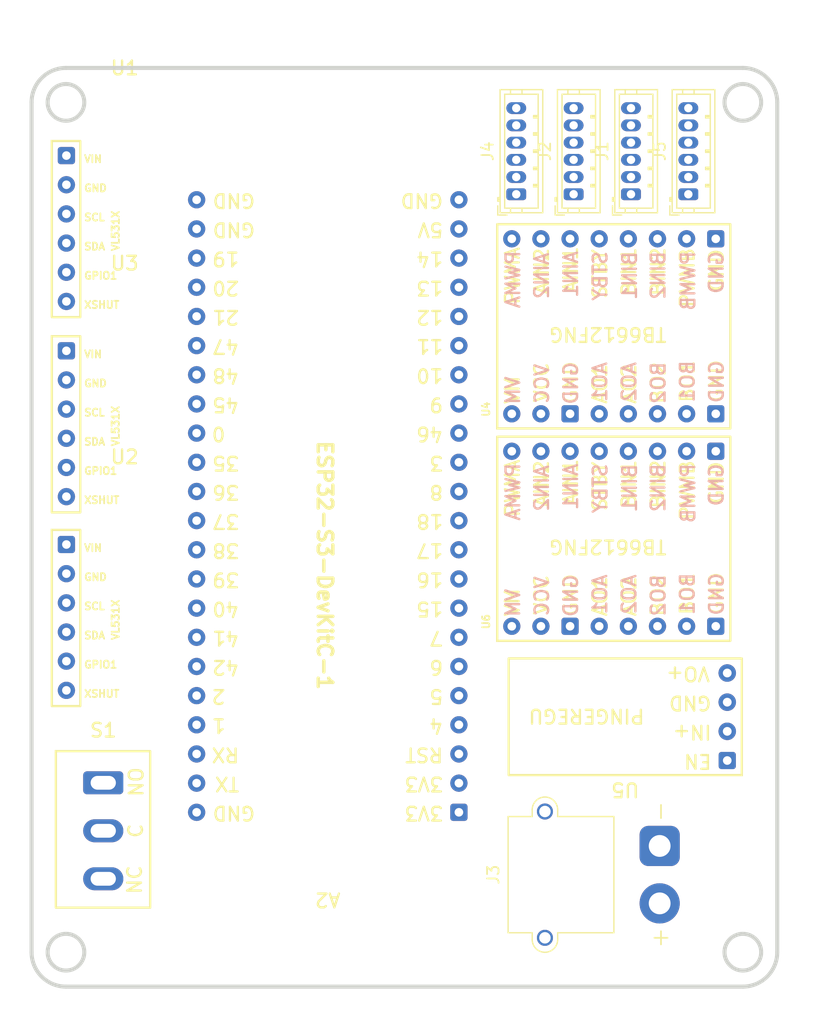
<source format=kicad_pcb>
(kicad_pcb (version 20241229) (generator "pcbnew") (generator_version "9.0")
  (layers (0 "F.Cu" signal) (2 "B.Cu" signal) (13 "F.Paste" user) (15 "B.Paste" user) (5 "F.SilkS" user "F.Silkscreen") (7 "B.SilkS" user "B.Silkscreen") (1 "F.Mask" user) (3 "B.Mask" user) (25 "Edge.Cuts" user))
  (net 0 "")
  (net 1 "MOT2SPEED")
  (net 2 "MOT2DIR1")
  (net 3 "MOT1DIR1")
  (net 4 "MOT1SPEED")
  (net 5 "+3V3")
  (net 6 "MOT1DIR2")
  (net 7 "GND")
  (net 8 "XSHUT2")
  (net 9 "XSHUT3")
  (net 10 "+5V")
  (net 11 "MOT2DIR2")
  (net 12 "XSHUT1")
  (net 13 "SDA")
  (net 14 "SCL")
  (net 17 "Net-(J1-Pin_6)")
  (net 19 "Net-(J1-Pin_1)")
  (net 24 "Net-(J2-Pin_6)")
  (net 26 "Net-(J2-Pin_1)")
  (net 27 "Net-(J3-Pin_2)")
  (net 32 "+12V")
  (net 46 "Net-(J4-Pin_6)")
  (net 51 "Net-(J4-Pin_1)")
  (net 67 "Net-(J5-Pin_1)")
  (net 71 "Net-(J5-Pin_6)")
  (net 72 "MOT3DIR2")
  (net 73 "MOT4SPEED")
  (net 74 "MOT4DIR1")
  (net 75 "MOT4DIR2")
  (net 76 "MOT3SPEED")
  (net 77 "MOT3DIR1")
  (footprint "KURSUS:VL531X_KAUGUS_SENSOR" (layer "F.Cu") (at 44.3675 99.38)
    (property "Reference" "U2" (at 0 0 0) (layer "F.SilkS") (effects (font (size 1.2 1.2) (thickness 0.2) (bold yes))))
    (property "Value" "~")
    (fp_text user "XSHUT" (at -3.61 20.99 0) (layer "F.SilkS") (effects (font (size 0.635 0.635) (thickness 0.15) (bold yes)) (justify left bottom)))
    (fp_text user "GND" (at -3.61 10.83 0) (layer "F.SilkS") (effects (font (size 0.635 0.635) (thickness 0.15) (bold yes)) (justify left bottom)))
    (fp_text user "VL531X" (at -0.42 16.01 90) (layer "F.SilkS") (effects (font (size 0.635 0.635) (thickness 0.15) (bold yes)) (justify left bottom)))
    (fp_text user "SDA" (at -3.61 15.91 0) (layer "F.SilkS") (effects (font (size 0.635 0.635) (thickness 0.15) (bold yes)) (justify left bottom)))
    (fp_text user "VIN" (at -3.61 8.29 0) (layer "F.SilkS") (effects (font (size 0.635 0.635) (thickness 0.15) (bold yes)) (justify left bottom)))
    (fp_text user "GPIO1" (at -3.61 18.45 0) (layer "F.SilkS") (effects (font (size 0.635 0.635) (thickness 0.15) (bold yes)) (justify left bottom)))
    (fp_text user "SCL" (at -3.61 13.37 0) (layer "F.SilkS") (effects (font (size 0.635 0.635) (thickness 0.15) (bold yes)) (justify left bottom)))
    (pad "1" thru_hole roundrect (at -5.08 7.62) (size 1.5 1.5) (drill 0.75) (layers "*.Cu" "*.Mask") (roundrect_rratio 0.1666666667) (net 5 "+3V3"))
    (pad "2" thru_hole circle (at -5.08 10.16) (size 1.5 1.5) (drill 0.75) (layers "*.Cu" "*.Mask") (net 7 "GND"))
    (pad "3" thru_hole circle (at -5.08 12.7) (size 1.5 1.5) (drill 0.75) (layers "*.Cu" "*.Mask") (net 14 "SCL"))
    (pad "4" thru_hole circle (at -5.08 15.24) (size 1.5 1.5) (drill 0.75) (layers "*.Cu" "*.Mask") (net 13 "SDA"))
    (pad "5" thru_hole circle (at -5.08 17.78) (size 1.5 1.5) (drill 0.75) (layers "*.Cu" "*.Mask"))
    (pad "6" thru_hole circle (at -5.08 20.32) (size 1.5 1.5) (drill 0.75) (layers "*.Cu" "*.Mask") (net 8 "XSHUT2"))
  )
  (footprint "KURSUS:6A125VAC_NO-NO_SWITCH" (layer "F.Cu") (at 42.5 127.75)
    (property "Reference" "S1" (at 0 -4.572 0) (layer "F.SilkS") (effects (font (size 1.2 1.2) (thickness 0.2) (bold yes))))
    (property "Value" "~")
    (fp_text user "C" (at 3.53 4.91 90) (layer "F.SilkS") (effects (font (size 1.2 1.2) (thickness 0.2) (bold yes)) (justify left bottom)))
    (fp_text user "NO" (at 3.58 1.32 90) (layer "F.SilkS") (effects (font (size 1.2 1.2) (thickness 0.2) (bold yes)) (justify left bottom)))
    (fp_text user "NC" (at 3.44 9.8 90) (layer "F.SilkS") (effects (font (size 1.2 1.2) (thickness 0.2) (bold yes)) (justify left bottom)))
    (pad "1" thru_hole roundrect (at 0 0) (size 3.5 2) (drill oval 2.2 1.2) (layers "*.Cu" "*.Mask") (roundrect_rratio 0.1666666667))
    (pad "2" thru_hole oval (at 0 4.18) (size 3.5 2) (drill oval 2.2 1.2) (layers "*.Cu" "*.Mask") (net 27 "Net-(J3-Pin_2)"))
    (pad "3" thru_hole oval (at 0 8.36) (size 3.5 2) (drill oval 2.2 1.2) (layers "*.Cu" "*.Mask") (net 32 "+12V"))
  )
  (footprint "Connector_JST:JST_ZH_B6B-ZR_1x06_P1.50mm_Vertical" (layer "F.Cu") (at 93.5 76.5 90)
    (property "Reference" "J5" (at 3.75 -2.5 90) (layer "F.SilkS"))
    (property "Value" "JST-ZH 6pin")
    (pad "1" thru_hole roundrect (at 0 0 90) (size 1.03 1.73) (drill 0.73) (layers "*.Cu" "*.Mask") (roundrect_rratio 0.242718) (net 67 "Net-(J5-Pin_1)"))
    (pad "2" thru_hole oval (at 1.5 0 90) (size 1.03 1.73) (drill 0.73) (layers "*.Cu" "*.Mask"))
    (pad "3" thru_hole oval (at 3 0 90) (size 1.03 1.73) (drill 0.73) (layers "*.Cu" "*.Mask"))
    (pad "4" thru_hole oval (at 4.5 0 90) (size 1.03 1.73) (drill 0.73) (layers "*.Cu" "*.Mask"))
    (pad "5" thru_hole oval (at 6 0 90) (size 1.03 1.73) (drill 0.73) (layers "*.Cu" "*.Mask"))
    (pad "6" thru_hole oval (at 7.5 0 90) (size 1.03 1.73) (drill 0.73) (layers "*.Cu" "*.Mask") (net 71 "Net-(J5-Pin_6)"))
  )
  (footprint "KURSUS:VL531X_KAUGUS_SENSOR" (layer "F.Cu") (at 44.3675 65.5125)
    (property "Reference" "U1" (at 0 0 0) (layer "F.SilkS") (effects (font (size 1.2 1.2) (thickness 0.2) (bold yes))))
    (property "Value" "~")
    (fp_text user "XSHUT" (at -3.61 20.99 0) (layer "F.SilkS") (effects (font (size 0.635 0.635) (thickness 0.15) (bold yes)) (justify left bottom)))
    (fp_text user "VL531X" (at -0.42 16.01 90) (layer "F.SilkS") (effects (font (size 0.635 0.635) (thickness 0.15) (bold yes)) (justify left bottom)))
    (fp_text user "GPIO1" (at -3.61 18.45 0) (layer "F.SilkS") (effects (font (size 0.635 0.635) (thickness 0.15) (bold yes)) (justify left bottom)))
    (fp_text user "SDA" (at -3.61 15.91 0) (layer "F.SilkS") (effects (font (size 0.635 0.635) (thickness 0.15) (bold yes)) (justify left bottom)))
    (fp_text user "VIN" (at -3.61 8.29 0) (layer "F.SilkS") (effects (font (size 0.635 0.635) (thickness 0.15) (bold yes)) (justify left bottom)))
    (fp_text user "SCL" (at -3.61 13.37 0) (layer "F.SilkS") (effects (font (size 0.635 0.635) (thickness 0.15) (bold yes)) (justify left bottom)))
    (fp_text user "GND" (at -3.61 10.83 0) (layer "F.SilkS") (effects (font (size 0.635 0.635) (thickness 0.15) (bold yes)) (justify left bottom)))
    (pad "1" thru_hole roundrect (at -5.08 7.62) (size 1.5 1.5) (drill 0.75) (layers "*.Cu" "*.Mask") (roundrect_rratio 0.1666666667) (net 5 "+3V3"))
    (pad "2" thru_hole circle (at -5.08 10.16) (size 1.5 1.5) (drill 0.75) (layers "*.Cu" "*.Mask") (net 7 "GND"))
    (pad "3" thru_hole circle (at -5.08 12.7) (size 1.5 1.5) (drill 0.75) (layers "*.Cu" "*.Mask") (net 14 "SCL"))
    (pad "4" thru_hole circle (at -5.08 15.24) (size 1.5 1.5) (drill 0.75) (layers "*.Cu" "*.Mask") (net 13 "SDA"))
    (pad "5" thru_hole circle (at -5.08 17.78) (size 1.5 1.5) (drill 0.75) (layers "*.Cu" "*.Mask"))
    (pad "6" thru_hole circle (at -5.08 20.32) (size 1.5 1.5) (drill 0.75) (layers "*.Cu" "*.Mask") (net 12 "XSHUT1"))
  )
  (footprint "KURSUS:TB6612FNG_DUAL_MOTOR_DRIVER_RED" (layer "F.Cu") (at 78.11 95.62 90)
    (property "Reference" "U4" (at 0.4 -2.24 90) (layer "F.SilkS") (effects (font (size 0.635 0.635))))
    (property "Value" "~")
    (fp_text user "GND" (at 10.541 18.542 90) (layer "F.SilkS") (effects (font (size 1.2 1.2) (thickness 0.2) (bold yes)) (justify left bottom)))
    (fp_text user "BO1" (at 0.889 16.002 90) (layer "F.SilkS") (effects (font (size 1.2 1.2) (thickness 0.2) (bold yes)) (justify left bottom)))
    (fp_text user "AO1" (at 0.762 8.382 90) (layer "F.SilkS") (effects (font (size 1.2 1.2) (thickness 0.2) (bold yes)) (justify left bottom)))
    (fp_text user "GND" (at 0.889 18.542 90) (layer "F.SilkS") (effects (font (size 1.2 1.2) (thickness 0.2) (bold yes)) (justify left bottom)))
    (fp_text user "PWMB" (at 9.144 16.002 90) (layer "F.SilkS") (effects (font (size 1.2 1.2) (thickness 0.2) (bold yes)) (justify left bottom)))
    (fp_text user "BO2" (at 0.762 13.462 90) (layer "F.SilkS") (effects (font (size 1.2 1.2) (thickness 0.2) (bold yes)) (justify left bottom)))
    (fp_text user "AIN2" (at 10.287 3.302 90) (layer "F.SilkS") (effects (font (size 1.2 1.2) (thickness 0.2) (bold yes)) (justify left bottom)))
    (fp_text user "GND" (at 0.762 5.842 90) (layer "F.SilkS") (effects (font (size 1.2 1.2) (thickness 0.2) (bold yes)) (justify left bottom)))
    (fp_text user "BIN2" (at 10.16 13.462 90) (layer "F.SilkS") (effects (font (size 1.2 1.2) (thickness 0.2) (bold yes)) (justify left bottom)))
    (fp_text user "AO2" (at 0.762 10.922 90) (layer "F.SilkS") (effects (font (size 1.2 1.2) (thickness 0.2) (bold yes)) (justify left bottom)))
    (fp_text user "VM" (at 0.75 0.75 90) (layer "F.SilkS") (effects (font (size 1.2 1.2) (thickness 0.2) (bold yes)) (justify left bottom)))
    (fp_text user "AIN1" (at 10.414 5.842 90) (layer "F.SilkS") (effects (font (size 1.2 1.2) (thickness 0.2) (bold yes)) (justify left bottom)))
    (fp_text user "PWMA" (at 9.398 0.762 90) (layer "F.SilkS") (effects (font (size 1.2 1.2) (thickness 0.2) (bold yes)) (justify left bottom)))
    (fp_text user "VCC" (at 0.889 3.302 90) (layer "F.SilkS") (effects (font (size 1.2 1.2) (thickness 0.2) (bold yes)) (justify left bottom)))
    (fp_text user "STBY" (at 9.906 8.382 90) (layer "F.SilkS") (effects (font (size 1.2 1.2) (thickness 0.2) (bold yes)) (justify left bottom)))
    (fp_text user "TB6612FNG" (at 7.62 13.589 180) (layer "F.SilkS") (effects (font (size 1.2 1.2) (thickness 0.2) (bold yes)) (justify left bottom)))
    (fp_text user "BIN1" (at 10.16 10.922 90) (layer "F.SilkS") (effects (font (size 1.2 1.2) (thickness 0.2) (bold yes)) (justify left bottom)))
    (fp_text user "GND" (at 4.75 18.55 90) (layer "B.SilkS") (effects (font (size 1.2 1.2) (thickness 0.2) (bold yes)) (justify left bottom mirror)))
    (fp_text user "BIN2" (at 14.27 13.46 90) (layer "B.SilkS") (effects (font (size 1.2 1.2) (thickness 0.2) (bold yes)) (justify left bottom mirror)))
    (fp_text user "VCC" (at 4.46 3.33 90) (layer "B.SilkS") (effects (font (size 1.2 1.2) (thickness 0.2) (bold yes)) (justify left bottom mirror)))
    (fp_text user "BO2" (at 4.623 13.47 90) (layer "B.SilkS") (effects (font (size 1.2 1.2) (thickness 0.2) (bold yes)) (justify left bottom mirror)))
    (fp_text user "STBY" (at 14.28 8.41 90) (layer "B.SilkS") (effects (font (size 1.2 1.2) (thickness 0.2) (bold yes)) (justify left bottom mirror)))
    (fp_text user "BO1" (at 4.75 16.01 90) (layer "B.SilkS") (effects (font (size 1.2 1.2) (thickness 0.2) (bold yes)) (justify left bottom mirror)))
    (fp_text user "GND" (at 14.26 18.53 90) (layer "B.SilkS") (effects (font (size 1.2 1.2) (thickness 0.2) (bold yes)) (justify left bottom mirror)))
    (fp_text user "AIN2" (at 14.148 3.31 90) (layer "B.SilkS") (effects (font (size 1.2 1.2) (thickness 0.2) (bold yes)) (justify left bottom mirror)))
    (fp_text user "AIN1" (at 14.275 5.85 90) (layer "B.SilkS") (effects (font (size 1.2 1.2) (thickness 0.2) (bold yes)) (justify left bottom mirror)))
    (fp_text user "GND" (at 4.623 5.85 90) (layer "B.SilkS") (effects (font (size 1.2 1.2) (thickness 0.2) (bold yes)) (justify left bottom mirror)))
    (fp_text user "PWMB" (at 14.28 16.07 90) (layer "B.SilkS") (effects (font (size 1.2 1.2) (thickness 0.2) (bold yes)) (justify left bottom mirror)))
    (fp_text user "AO2" (at 4.623 10.93 90) (layer "B.SilkS") (effects (font (size 1.2 1.2) (thickness 0.2) (bold yes)) (justify left bottom mirror)))
    (fp_text user "PWMA" (at 14.32 0.81 90) (layer "B.SilkS") (effects (font (size 1.2 1.2) (thickness 0.2) (bold yes)) (justify left bottom mirror)))
    (fp_text user "AO1" (at 4.623 8.39 90) (layer "B.SilkS") (effects (font (size 1.2 1.2) (thickness 0.2) (bold yes)) (justify left bottom mirror)))
    (fp_text user "BIN1" (at 14.25 10.98 90) (layer "B.SilkS") (effects (font (size 1.2 1.2) (thickness 0.2) (bold yes)) (justify left bottom mirror)))
    (fp_text user "VM" (at 3.37 0.8 90) (layer "B.SilkS") (effects (font (size 1.2 1.2) (thickness 0.2) (bold yes)) (justify left bottom mirror)))
    (pad "1" thru_hole circle (at 0 0 90) (size 1.5 1.5) (drill 0.75) (layers "*.Cu" "*.Mask") (net 32 "+12V"))
    (pad "2" thru_hole circle (at 0 2.54 90) (size 1.5 1.5) (drill 0.75) (layers "*.Cu" "*.Mask") (net 5 "+3V3"))
    (pad "3" thru_hole roundrect (at 0 5.08 90) (size 1.5 1.5) (drill 0.75) (layers "*.Cu" "*.Mask") (roundrect_rratio 0.1666666667) (net 7 "GND"))
    (pad "4" thru_hole circle (at 0 7.62 90) (size 1.5 1.5) (drill 0.75) (layers "*.Cu" "*.Mask") (net 19 "Net-(J1-Pin_1)"))
    (pad "5" thru_hole circle (at 0 10.16 90) (size 1.5 1.5) (drill 0.75) (layers "*.Cu" "*.Mask") (net 17 "Net-(J1-Pin_6)"))
    (pad "6" thru_hole circle (at 0 12.7 90) (size 1.5 1.5) (drill 0.75) (layers "*.Cu" "*.Mask") (net 26 "Net-(J2-Pin_1)"))
    (pad "7" thru_hole circle (at 0 15.24 90) (size 1.5 1.5) (drill 0.75) (layers "*.Cu" "*.Mask") (net 24 "Net-(J2-Pin_6)"))
    (pad "8" thru_hole roundrect (at 0 17.78 90) (size 1.5 1.5) (drill 0.75) (layers "*.Cu" "*.Mask") (roundrect_rratio 0.1666666667) (net 7 "GND"))
    (pad "9" thru_hole circle (at 15.24 0 90) (size 1.5 1.5) (drill 0.75) (layers "*.Cu" "*.Mask") (net 4 "MOT1SPEED"))
    (pad "10" thru_hole circle (at 15.24 2.54 90) (size 1.5 1.5) (drill 0.75) (layers "*.Cu" "*.Mask") (net 3 "MOT1DIR1"))
    (pad "11" thru_hole circle (at 15.24 5.08 90) (size 1.5 1.5) (drill 0.75) (layers "*.Cu" "*.Mask") (net 6 "MOT1DIR2"))
    (pad "12" thru_hole circle (at 15.24 7.62 90) (size 1.5 1.5) (drill 0.75) (layers "*.Cu" "*.Mask") (net 5 "+3V3"))
    (pad "13" thru_hole circle (at 15.24 10.16 90) (size 1.5 1.5) (drill 0.75) (layers "*.Cu" "*.Mask") (net 2 "MOT2DIR1"))
    (pad "14" thru_hole circle (at 15.24 12.7 90) (size 1.5 1.5) (drill 0.75) (layers "*.Cu" "*.Mask") (net 11 "MOT2DIR2"))
    (pad "15" thru_hole circle (at 15.24 15.24 90) (size 1.5 1.5) (drill 0.75) (layers "*.Cu" "*.Mask") (net 1 "MOT2SPEED"))
    (pad "16" thru_hole roundrect (at 15.24 17.78 90) (size 1.5 1.5) (drill 0.75) (layers "*.Cu" "*.Mask") (roundrect_rratio 0.1666666667) (net 7 "GND"))
  )
  (footprint "KURSUS:PINGEREGU" (layer "F.Cu") (at 96.89 125.81 180)
    (property "Reference" "U5" (at 8.89 -2.54 180) (layer "F.SilkS") (effects (font (size 1.2 1.2) (thickness 0.2) (bold yes))))
    (property "Value" "~")
    (fp_text user "PINGEREGU" (at 7.112 4.572 180) (layer "F.SilkS") (effects (font (size 1.2 1.2) (thickness 0.2) (bold yes)) (justify left bottom)))
    (fp_text user "VO+" (at 1.397 8.255 180) (layer "F.SilkS") (effects (font (size 1.2 1.2) (thickness 0.2) (bold yes)) (justify left bottom)))
    (fp_text user "EN" (at 1.27 0.635 180) (layer "F.SilkS") (effects (font (size 1.2 1.2) (thickness 0.2) (bold yes)) (justify left bottom)))
    (fp_text user "GND" (at 1.27 5.715 180) (layer "F.SilkS") (effects (font (size 1.2 1.2) (thickness 0.2) (bold yes)) (justify left bottom)))
    (fp_text user "IN+" (at 1.27 3.175 180) (layer "F.SilkS") (effects (font (size 1.2 1.2) (thickness 0.2) (bold yes)) (justify left bottom)))
    (pad "1" thru_hole roundrect (at 0 0 180) (size 1.5 1.5) (drill 0.75) (layers "*.Cu" "*.Mask") (roundrect_rratio 0.1666666667))
    (pad "2" thru_hole circle (at 0 2.54 180) (size 1.524 1.524) (drill 0.762) (layers "*.Cu" "*.Mask") (net 32 "+12V"))
    (pad "3" thru_hole circle (at 0 5.08 180) (size 1.524 1.524) (drill 0.762) (layers "*.Cu" "*.Mask") (net 7 "GND"))
    (pad "4" thru_hole circle (at 0 7.62 180) (size 1.524 1.524) (drill 0.762) (layers "*.Cu" "*.Mask") (net 10 "+5V"))
  )
  (footprint "Connector_JST:JST_ZH_B6B-ZR_1x06_P1.50mm_Vertical" (layer "F.Cu") (at 83.5 76.5 90)
    (property "Reference" "J2" (at 3.75 -2.5 90) (layer "F.SilkS"))
    (property "Value" "JST-ZH 6pin")
    (pad "1" thru_hole roundrect (at 0 0 90) (size 1.03 1.73) (drill 0.73) (layers "*.Cu" "*.Mask") (roundrect_rratio 0.242718) (net 26 "Net-(J2-Pin_1)"))
    (pad "2" thru_hole oval (at 1.5 0 90) (size 1.03 1.73) (drill 0.73) (layers "*.Cu" "*.Mask"))
    (pad "3" thru_hole oval (at 3 0 90) (size 1.03 1.73) (drill 0.73) (layers "*.Cu" "*.Mask"))
    (pad "4" thru_hole oval (at 4.5 0 90) (size 1.03 1.73) (drill 0.73) (layers "*.Cu" "*.Mask"))
    (pad "5" thru_hole oval (at 6 0 90) (size 1.03 1.73) (drill 0.73) (layers "*.Cu" "*.Mask"))
    (pad "6" thru_hole oval (at 7.5 0 90) (size 1.03 1.73) (drill 0.73) (layers "*.Cu" "*.Mask") (net 24 "Net-(J2-Pin_6)"))
  )
  (footprint "Connector_JST:JST_ZH_B6B-ZR_1x06_P1.50mm_Vertical" (layer "F.Cu") (at 78.5 76.5 90)
    (property "Reference" "J4" (at 3.75 -2.5 90) (layer "F.SilkS"))
    (property "Value" "JST-ZH 6pin")
    (pad "1" thru_hole roundrect (at 0 0 90) (size 1.03 1.73) (drill 0.73) (layers "*.Cu" "*.Mask") (roundrect_rratio 0.242718) (net 51 "Net-(J4-Pin_1)"))
    (pad "2" thru_hole oval (at 1.5 0 90) (size 1.03 1.73) (drill 0.73) (layers "*.Cu" "*.Mask"))
    (pad "3" thru_hole oval (at 3 0 90) (size 1.03 1.73) (drill 0.73) (layers "*.Cu" "*.Mask"))
    (pad "4" thru_hole oval (at 4.5 0 90) (size 1.03 1.73) (drill 0.73) (layers "*.Cu" "*.Mask"))
    (pad "5" thru_hole oval (at 6 0 90) (size 1.03 1.73) (drill 0.73) (layers "*.Cu" "*.Mask"))
    (pad "6" thru_hole oval (at 7.5 0 90) (size 1.03 1.73) (drill 0.73) (layers "*.Cu" "*.Mask") (net 46 "Net-(J4-Pin_6)"))
  )
  (footprint "KURSUS:TB6612FNG_DUAL_MOTOR_DRIVER_RED" (layer "F.Cu") (at 78.11 114.12 90)
    (property "Reference" "U6" (at 0.4 -2.24 90) (layer "F.SilkS") (effects (font (size 0.635 0.635))))
    (property "Value" "~")
    (fp_text user "BO1" (at 0.889 16.002 90) (layer "F.SilkS") (effects (font (size 1.2 1.2) (thickness 0.2) (bold yes)) (justify left bottom)))
    (fp_text user "PWMB" (at 9.144 16.002 90) (layer "F.SilkS") (effects (font (size 1.2 1.2) (thickness 0.2) (bold yes)) (justify left bottom)))
    (fp_text user "AO2" (at 0.762 10.922 90) (layer "F.SilkS") (effects (font (size 1.2 1.2) (thickness 0.2) (bold yes)) (justify left bottom)))
    (fp_text user "PWMA" (at 9.398 0.762 90) (layer "F.SilkS") (effects (font (size 1.2 1.2) (thickness 0.2) (bold yes)) (justify left bottom)))
    (fp_text user "AO1" (at 0.762 8.382 90) (layer "F.SilkS") (effects (font (size 1.2 1.2) (thickness 0.2) (bold yes)) (justify left bottom)))
    (fp_text user "BIN1" (at 10.16 10.922 90) (layer "F.SilkS") (effects (font (size 1.2 1.2) (thickness 0.2) (bold yes)) (justify left bottom)))
    (fp_text user "AIN1" (at 10.414 5.842 90) (layer "F.SilkS") (effects (font (size 1.2 1.2) (thickness 0.2) (bold yes)) (justify left bottom)))
    (fp_text user "BIN2" (at 10.16 13.462 90) (layer "F.SilkS") (effects (font (size 1.2 1.2) (thickness 0.2) (bold yes)) (justify left bottom)))
    (fp_text user "VM" (at 0.75 0.75 90) (layer "F.SilkS") (effects (font (size 1.2 1.2) (thickness 0.2) (bold yes)) (justify left bottom)))
    (fp_text user "AIN2" (at 10.287 3.302 90) (layer "F.SilkS") (effects (font (size 1.2 1.2) (thickness 0.2) (bold yes)) (justify left bottom)))
    (fp_text user "TB6612FNG" (at 7.62 13.589 180) (layer "F.SilkS") (effects (font (size 1.2 1.2) (thickness 0.2) (bold yes)) (justify left bottom)))
    (fp_text user "VCC" (at 0.889 3.302 90) (layer "F.SilkS") (effects (font (size 1.2 1.2) (thickness 0.2) (bold yes)) (justify left bottom)))
    (fp_text user "GND" (at 0.889 18.542 90) (layer "F.SilkS") (effects (font (size 1.2 1.2) (thickness 0.2) (bold yes)) (justify left bottom)))
    (fp_text user "BO2" (at 0.762 13.462 90) (layer "F.SilkS") (effects (font (size 1.2 1.2) (thickness 0.2) (bold yes)) (justify left bottom)))
    (fp_text user "STBY" (at 9.906 8.382 90) (layer "F.SilkS") (effects (font (size 1.2 1.2) (thickness 0.2) (bold yes)) (justify left bottom)))
    (fp_text user "GND" (at 10.541 18.542 90) (layer "F.SilkS") (effects (font (size 1.2 1.2) (thickness 0.2) (bold yes)) (justify left bottom)))
    (fp_text user "GND" (at 0.762 5.842 90) (layer "F.SilkS") (effects (font (size 1.2 1.2) (thickness 0.2) (bold yes)) (justify left bottom)))
    (fp_text user "GND" (at 14.26 18.53 90) (layer "B.SilkS") (effects (font (size 1.2 1.2) (thickness 0.2) (bold yes)) (justify left bottom mirror)))
    (fp_text user "GND" (at 4.75 18.55 90) (layer "B.SilkS") (effects (font (size 1.2 1.2) (thickness 0.2) (bold yes)) (justify left bottom mirror)))
    (fp_text user "AIN2" (at 14.148 3.31 90) (layer "B.SilkS") (effects (font (size 1.2 1.2) (thickness 0.2) (bold yes)) (justify left bottom mirror)))
    (fp_text user "PWMB" (at 14.28 16.07 90) (layer "B.SilkS") (effects (font (size 1.2 1.2) (thickness 0.2) (bold yes)) (justify left bottom mirror)))
    (fp_text user "VCC" (at 4.46 3.33 90) (layer "B.SilkS") (effects (font (size 1.2 1.2) (thickness 0.2) (bold yes)) (justify left bottom mirror)))
    (fp_text user "GND" (at 4.623 5.85 90) (layer "B.SilkS") (effects (font (size 1.2 1.2) (thickness 0.2) (bold yes)) (justify left bottom mirror)))
    (fp_text user "AIN1" (at 14.275 5.85 90) (layer "B.SilkS") (effects (font (size 1.2 1.2) (thickness 0.2) (bold yes)) (justify left bottom mirror)))
    (fp_text user "BO1" (at 4.75 16.01 90) (layer "B.SilkS") (effects (font (size 1.2 1.2) (thickness 0.2) (bold yes)) (justify left bottom mirror)))
    (fp_text user "STBY" (at 14.28 8.41 90) (layer "B.SilkS") (effects (font (size 1.2 1.2) (thickness 0.2) (bold yes)) (justify left bottom mirror)))
    (fp_text user "BIN2" (at 14.27 13.46 90) (layer "B.SilkS") (effects (font (size 1.2 1.2) (thickness 0.2) (bold yes)) (justify left bottom mirror)))
    (fp_text user "BO2" (at 4.623 13.47 90) (layer "B.SilkS") (effects (font (size 1.2 1.2) (thickness 0.2) (bold yes)) (justify left bottom mirror)))
    (fp_text user "BIN1" (at 14.25 10.98 90) (layer "B.SilkS") (effects (font (size 1.2 1.2) (thickness 0.2) (bold yes)) (justify left bottom mirror)))
    (fp_text user "PWMA" (at 14.32 0.81 90) (layer "B.SilkS") (effects (font (size 1.2 1.2) (thickness 0.2) (bold yes)) (justify left bottom mirror)))
    (fp_text user "AO1" (at 4.623 8.39 90) (layer "B.SilkS") (effects (font (size 1.2 1.2) (thickness 0.2) (bold yes)) (justify left bottom mirror)))
    (fp_text user "AO2" (at 4.623 10.93 90) (layer "B.SilkS") (effects (font (size 1.2 1.2) (thickness 0.2) (bold yes)) (justify left bottom mirror)))
    (fp_text user "VM" (at 3.37 0.8 90) (layer "B.SilkS") (effects (font (size 1.2 1.2) (thickness 0.2) (bold yes)) (justify left bottom mirror)))
    (pad "1" thru_hole circle (at 0 0 90) (size 1.5 1.5) (drill 0.75) (layers "*.Cu" "*.Mask") (net 32 "+12V"))
    (pad "2" thru_hole circle (at 0 2.54 90) (size 1.5 1.5) (drill 0.75) (layers "*.Cu" "*.Mask") (net 5 "+3V3"))
    (pad "3" thru_hole roundrect (at 0 5.08 90) (size 1.5 1.5) (drill 0.75) (layers "*.Cu" "*.Mask") (roundrect_rratio 0.1666666667) (net 7 "GND"))
    (pad "4" thru_hole circle (at 0 7.62 90) (size 1.5 1.5) (drill 0.75) (layers "*.Cu" "*.Mask") (net 51 "Net-(J4-Pin_1)"))
    (pad "5" thru_hole circle (at 0 10.16 90) (size 1.5 1.5) (drill 0.75) (layers "*.Cu" "*.Mask") (net 46 "Net-(J4-Pin_6)"))
    (pad "6" thru_hole circle (at 0 12.7 90) (size 1.5 1.5) (drill 0.75) (layers "*.Cu" "*.Mask") (net 67 "Net-(J5-Pin_1)"))
    (pad "7" thru_hole circle (at 0 15.24 90) (size 1.5 1.5) (drill 0.75) (layers "*.Cu" "*.Mask") (net 71 "Net-(J5-Pin_6)"))
    (pad "8" thru_hole roundrect (at 0 17.78 90) (size 1.5 1.5) (drill 0.75) (layers "*.Cu" "*.Mask") (roundrect_rratio 0.1666666667) (net 7 "GND"))
    (pad "9" thru_hole circle (at 15.24 0 90) (size 1.5 1.5) (drill 0.75) (layers "*.Cu" "*.Mask") (net 76 "MOT3SPEED"))
    (pad "10" thru_hole circle (at 15.24 2.54 90) (size 1.5 1.5) (drill 0.75) (layers "*.Cu" "*.Mask") (net 77 "MOT3DIR1"))
    (pad "11" thru_hole circle (at 15.24 5.08 90) (size 1.5 1.5) (drill 0.75) (layers "*.Cu" "*.Mask") (net 72 "MOT3DIR2"))
    (pad "12" thru_hole circle (at 15.24 7.62 90) (size 1.5 1.5) (drill 0.75) (layers "*.Cu" "*.Mask") (net 5 "+3V3"))
    (pad "13" thru_hole circle (at 15.24 10.16 90) (size 1.5 1.5) (drill 0.75) (layers "*.Cu" "*.Mask") (net 74 "MOT4DIR1"))
    (pad "14" thru_hole circle (at 15.24 12.7 90) (size 1.5 1.5) (drill 0.75) (layers "*.Cu" "*.Mask") (net 75 "MOT4DIR2"))
    (pad "15" thru_hole circle (at 15.24 15.24 90) (size 1.5 1.5) (drill 0.75) (layers "*.Cu" "*.Mask") (net 73 "MOT4SPEED"))
    (pad "16" thru_hole roundrect (at 15.24 17.78 90) (size 1.5 1.5) (drill 0.75) (layers "*.Cu" "*.Mask") (roundrect_rratio 0.1666666667) (net 7 "GND"))
  )
  (footprint "KURSUS:ESP32-S3-DevKitC-1" (layer "F.Cu") (at 62.07 130.32 180)
    (property "Reference" "A2" (at 0 -7.62 180) (layer "F.SilkS") (effects (font (size 1.2 1.2) (thickness 0.2))))
    (property "Value" "~")
    (fp_text user "3V3" (at -10.16 3.175 180) (layer "F.SilkS") (effects (font (size 1.2 1.2) (thickness 0.2) (bold yes)) (justify left bottom)))
    (fp_text user "14" (at -10.16 48.895 180) (layer "F.SilkS") (effects (font (size 1.2 1.2) (thickness 0.2) (bold yes)) (justify left bottom)))
    (fp_text user "11" (at -10.16 41.275 180) (layer "F.SilkS") (effects (font (size 1.2 1.2) (thickness 0.2) (bold yes)) (justify left bottom)))
    (fp_text user "4" (at -10.16 8.255 180) (layer "F.SilkS") (effects (font (size 1.2 1.2) (thickness 0.2) (bold yes)) (justify left bottom)))
    (fp_text user "TX" (at 7.62 3.175 180) (layer "F.SilkS") (effects (font (size 1.2 1.2) (thickness 0.2) (bold yes)) (justify left bottom)))
    (fp_text user "3" (at -10.16 31.115 180) (layer "F.SilkS") (effects (font (size 1.2 1.2) (thickness 0.2) (bold yes)) (justify left bottom)))
    (fp_text user "GND" (at 6.223 0.635 180) (layer "F.SilkS") (effects (font (size 1.2 1.2) (thickness 0.2) (bold yes)) (justify left bottom)))
    (fp_text user "40" (at 7.62 18.415 180) (layer "F.SilkS") (effects (font (size 1.2 1.2) (thickness 0.2) (bold yes)) (justify left bottom)))
    (fp_text user "19" (at 7.62 48.895 180) (layer "F.SilkS") (effects (font (size 1.2 1.2) (thickness 0.2) (bold yes)) (justify left bottom)))
    (fp_text user "35" (at 7.62 31.115 180) (layer "F.SilkS") (effects (font (size 1.2 1.2) (thickness 0.2) (bold yes)) (justify left bottom)))
    (fp_text user "17" (at -10.16 23.495 180) (layer "F.SilkS") (effects (font (size 1.2 1.2) (thickness 0.2) (bold yes)) (justify left bottom)))
    (fp_text user "1" (at 8.8138 8.255 180) (layer "F.SilkS") (effects (font (size 1.2 1.2) (thickness 0.2) (bold yes)) (justify left bottom)))
    (fp_text user "12" (at -10.16 43.815 180) (layer "F.SilkS") (effects (font (size 1.2 1.2) (thickness 0.2) (bold yes)) (justify left bottom)))
    (fp_text user "GND" (at 6.223 51.435 180) (layer "F.SilkS") (effects (font (size 1.2 1.2) (thickness 0.2) (bold yes)) (justify left bottom)))
    (fp_text user "0" (at 8.8138 33.655 180) (layer "F.SilkS") (effects (font (size 1.2 1.2) (thickness 0.2) (bold yes)) (justify left bottom)))
    (fp_text user "42" (at 7.62 13.335 180) (layer "F.SilkS") (effects (font (size 1.2 1.2) (thickness 0.2) (bold yes)) (justify left bottom)))
    (fp_text user "16" (at -10.16 20.955 180) (layer "F.SilkS") (effects (font (size 1.2 1.2) (thickness 0.2) (bold yes)) (justify left bottom)))
    (fp_text user "20" (at 7.62 46.355 180) (layer "F.SilkS") (effects (font (size 1.2 1.2) (thickness 0.2) (bold yes)) (justify left bottom)))
    (fp_text user "45" (at 7.62 36.195 180) (layer "F.SilkS") (effects (font (size 1.2 1.2) (thickness 0.2) (bold yes)) (justify left bottom)))
    (fp_text user "41" (at 7.62 15.875 180) (layer "F.SilkS") (effects (font (size 1.2 1.2) (thickness 0.2) (bold yes)) (justify left bottom)))
    (fp_text user "46" (at -10.16 33.655 180) (layer "F.SilkS") (effects (font (size 1.2 1.2) (thickness 0.2) (bold yes)) (justify left bottom)))
    (fp_text user "6" (at -10.16 13.335 180) (layer "F.SilkS") (effects (font (size 1.2 1.2) (thickness 0.2) (bold yes)) (justify left bottom)))
    (fp_text user "5V" (at -10.16 51.435 180) (layer "F.SilkS") (effects (font (size 1.2 1.2) (thickness 0.2) (bold yes)) (justify left bottom)))
    (fp_text user "47" (at 7.62 41.275 180) (layer "F.SilkS") (effects (font (size 1.2 1.2) (thickness 0.2) (bold yes)) (justify left bottom)))
    (fp_text user "10" (at -10.16 38.735 180) (layer "F.SilkS") (effects (font (size 1.2 1.2) (thickness 0.2) (bold yes)) (justify left bottom)))
    (fp_text user "RX" (at 7.62 5.715 180) (layer "F.SilkS") (effects (font (size 1.2 1.2) (thickness 0.2) (bold yes)) (justify left bottom)))
    (fp_text user "2" (at 8.8138 10.795 180) (layer "F.SilkS") (effects (font (size 1.2 1.2) (thickness 0.2) (bold yes)) (justify left bottom)))
    (fp_text user "38" (at 7.62 23.495 180) (layer "F.SilkS") (effects (font (size 1.2 1.2) (thickness 0.2) (bold yes)) (justify left bottom)))
    (fp_text user "GND" (at 6.223 53.975 180) (layer "F.SilkS") (effects (font (size 1.2 1.2) (thickness 0.2) (bold yes)) (justify left bottom)))
    (fp_text user "8" (at -10.16 28.575 180) (layer "F.SilkS") (effects (font (size 1.2 1.2) (thickness 0.2) (bold yes)) (justify left bottom)))
    (fp_text user "21" (at 7.62 43.815 180) (layer "F.SilkS") (effects (font (size 1.2 1.2) (thickness 0.2) (bold yes)) (justify left bottom)))
    (fp_text user "18" (at -10.16 26.035 180) (layer "F.SilkS") (effects (font (size 1.2 1.2) (thickness 0.2) (bold yes)) (justify left bottom)))
    (fp_text user "ESP32-S3-DevKitC-1" (at 1 32.5 270) (layer "F.SilkS") (effects (font (size 1.27 1.27) (thickness 0.3) (bold yes)) (justify left bottom)))
    (fp_text user "39" (at 7.62 20.955 180) (layer "F.SilkS") (effects (font (size 1.2 1.2) (thickness 0.2) (bold yes)) (justify left bottom)))
    (fp_text user "13" (at -10.16 46.355 180) (layer "F.SilkS") (effects (font (size 1.2 1.2) (thickness 0.2) (bold yes)) (justify left bottom)))
    (fp_text user "9" (at -10.16 36.195 180) (layer "F.SilkS") (effects (font (size 1.2 1.2) (thickness 0.2) (bold yes)) (justify left bottom)))
    (fp_text user "37" (at 7.62 26.035 180) (layer "F.SilkS") (effects (font (size 1.2 1.2) (thickness 0.2) (bold yes)) (justify left bottom)))
    (fp_text user "3V3" (at -10.16 0.635 180) (layer "F.SilkS") (effects (font (size 1.2 1.2) (thickness 0.2) (bold yes)) (justify left bottom)))
    (fp_text user "GND" (at -10.16 53.975 180) (layer "F.SilkS") (effects (font (size 1.2 1.2) (thickness 0.2) (bold yes)) (justify left bottom)))
    (fp_text user "7" (at -10.16 15.875 180) (layer "F.SilkS") (effects (font (size 1.2 1.2) (thickness 0.2) (bold yes)) (justify left bottom)))
    (fp_text user "15" (at -10.16 18.415 180) (layer "F.SilkS") (effects (font (size 1.2 1.2) (thickness 0.2) (bold yes)) (justify left bottom)))
    (fp_text user "RST" (at -10.16 5.715 180) (layer "F.SilkS") (effects (font (size 1.2 1.2) (thickness 0.2) (bold yes)) (justify left bottom)))
    (fp_text user "36" (at 7.62 28.575 180) (layer "F.SilkS") (effects (font (size 1.2 1.2) (thickness 0.2) (bold yes)) (justify left bottom)))
    (fp_text user "5" (at -10.16 10.795 180) (layer "F.SilkS") (effects (font (size 1.2 1.2) (thickness 0.2) (bold yes)) (justify left bottom)))
    (fp_text user "48" (at 7.62 38.735 180) (layer "F.SilkS") (effects (font (size 1.2 1.2) (thickness 0.2) (bold yes)) (justify left bottom)))
    (pad "1" thru_hole roundrect (at -11.43 0 180) (size 1.5 1.5) (drill 0.75) (layers "*.Cu" "*.Mask") (roundrect_rratio 0.1666666667) (net 5 "+3V3"))
    (pad "2" thru_hole circle (at -11.43 2.54 180) (size 1.5 1.5) (drill 0.75) (layers "*.Cu" "*.Mask") (net 5 "+3V3"))
    (pad "3" thru_hole circle (at -11.43 5.08 180) (size 1.5 1.5) (drill 0.75) (layers "*.Cu" "*.Mask"))
    (pad "4" thru_hole circle (at -11.43 7.62 180) (size 1.5 1.5) (drill 0.75) (layers "*.Cu" "*.Mask"))
    (pad "5" thru_hole circle (at -11.43 10.16 180) (size 1.5 1.5) (drill 0.75) (layers "*.Cu" "*.Mask") (net 13 "SDA"))
    (pad "6" thru_hole circle (at -11.43 12.7 180) (size 1.5 1.5) (drill 0.75) (layers "*.Cu" "*.Mask") (net 14 "SCL"))
    (pad "7" thru_hole circle (at -11.43 15.24 180) (size 1.5 1.5) (drill 0.75) (layers "*.Cu" "*.Mask"))
    (pad "8" thru_hole circle (at -11.43 17.78 180) (size 1.5 1.5) (drill 0.75) (layers "*.Cu" "*.Mask"))
    (pad "9" thru_hole circle (at -11.43 20.32 180) (size 1.5 1.5) (drill 0.75) (layers "*.Cu" "*.Mask"))
    (pad "10" thru_hole circle (at -11.43 22.86 180) (size 1.5 1.5) (drill 0.75) (layers "*.Cu" "*.Mask") (net 12 "XSHUT1"))
    (pad "11" thru_hole circle (at -11.43 25.4 180) (size 1.5 1.5) (drill 0.75) (layers "*.Cu" "*.Mask") (net 8 "XSHUT2"))
    (pad "12" thru_hole circle (at -11.43 27.94 180) (size 1.5 1.5) (drill 0.75) (layers "*.Cu" "*.Mask") (net 9 "XSHUT3"))
    (pad "13" thru_hole circle (at -11.43 30.48 180) (size 1.5 1.5) (drill 0.75) (layers "*.Cu" "*.Mask"))
    (pad "14" thru_hole circle (at -11.43 33.02 180) (size 1.5 1.5) (drill 0.75) (layers "*.Cu" "*.Mask"))
    (pad "15" thru_hole circle (at -11.43 35.56 180) (size 1.5 1.5) (drill 0.75) (layers "*.Cu" "*.Mask"))
    (pad "16" thru_hole circle (at -11.43 38.1 180) (size 1.5 1.5) (drill 0.75) (layers "*.Cu" "*.Mask"))
    (pad "17" thru_hole circle (at -11.43 40.64 180) (size 1.5 1.5) (drill 0.75) (layers "*.Cu" "*.Mask"))
    (pad "18" thru_hole circle (at -11.43 43.18 180) (size 1.5 1.5) (drill 0.75) (layers "*.Cu" "*.Mask"))
    (pad "19" thru_hole circle (at -11.43 45.72 180) (size 1.5 1.5) (drill 0.75) (layers "*.Cu" "*.Mask"))
    (pad "20" thru_hole circle (at -11.43 48.26 180) (size 1.5 1.5) (drill 0.75) (layers "*.Cu" "*.Mask"))
    (pad "21" thru_hole circle (at -11.43 50.8 180) (size 1.5 1.5) (drill 0.75) (layers "*.Cu" "*.Mask") (net 10 "+5V"))
    (pad "22" thru_hole circle (at -11.43 53.34 180) (size 1.5 1.5) (drill 0.75) (layers "*.Cu" "*.Mask") (net 7 "GND"))
    (pad "23" thru_hole circle (at 11.43 0 180) (size 1.5 1.5) (drill 0.75) (layers "*.Cu" "*.Mask") (net 7 "GND"))
    (pad "24" thru_hole circle (at 11.43 2.54 180) (size 1.5 1.5) (drill 0.75) (layers "*.Cu" "*.Mask"))
    (pad "25" thru_hole circle (at 11.43 5.08 180) (size 1.5 1.5) (drill 0.75) (layers "*.Cu" "*.Mask"))
    (pad "26" thru_hole circle (at 11.43 7.62 180) (size 1.5 1.5) (drill 0.75) (layers "*.Cu" "*.Mask") (net 3 "MOT1DIR1"))
    (pad "27" thru_hole circle (at 11.43 10.16 180) (size 1.5 1.5) (drill 0.75) (layers "*.Cu" "*.Mask") (net 6 "MOT1DIR2"))
    (pad "28" thru_hole circle (at 11.43 12.7 180) (size 1.5 1.5) (drill 0.75) (layers "*.Cu" "*.Mask") (net 4 "MOT1SPEED"))
    (pad "29" thru_hole circle (at 11.43 15.24 180) (size 1.5 1.5) (drill 0.75) (layers "*.Cu" "*.Mask") (net 2 "MOT2DIR1"))
    (pad "30" thru_hole circle (at 11.43 17.78 180) (size 1.5 1.5) (drill 0.75) (layers "*.Cu" "*.Mask") (net 11 "MOT2DIR2"))
    (pad "31" thru_hole circle (at 11.43 20.32 180) (size 1.5 1.5) (drill 0.75) (layers "*.Cu" "*.Mask") (net 1 "MOT2SPEED"))
    (pad "32" thru_hole circle (at 11.43 22.86 180) (size 1.5 1.5) (drill 0.75) (layers "*.Cu" "*.Mask"))
    (pad "33" thru_hole circle (at 11.43 25.4 180) (size 1.5 1.5) (drill 0.75) (layers "*.Cu" "*.Mask"))
    (pad "34" thru_hole circle (at 11.43 27.94 180) (size 1.5 1.5) (drill 0.75) (layers "*.Cu" "*.Mask"))
    (pad "35" thru_hole circle (at 11.43 30.48 180) (size 1.5 1.5) (drill 0.75) (layers "*.Cu" "*.Mask"))
    (pad "36" thru_hole circle (at 11.43 33.02 180) (size 1.5 1.5) (drill 0.75) (layers "*.Cu" "*.Mask"))
    (pad "37" thru_hole circle (at 11.43 35.56 180) (size 1.5 1.5) (drill 0.75) (layers "*.Cu" "*.Mask"))
    (pad "38" thru_hole circle (at 11.43 38.1 180) (size 1.5 1.5) (drill 0.75) (layers "*.Cu" "*.Mask"))
    (pad "39" thru_hole circle (at 11.43 40.64 180) (size 1.5 1.5) (drill 0.75) (layers "*.Cu" "*.Mask"))
    (pad "40" thru_hole circle (at 11.43 43.18 180) (size 1.5 1.5) (drill 0.75) (layers "*.Cu" "*.Mask"))
    (pad "41" thru_hole circle (at 11.43 45.72 180) (size 1.5 1.5) (drill 0.75) (layers "*.Cu" "*.Mask"))
    (pad "42" thru_hole circle (at 11.43 48.26 180) (size 1.5 1.5) (drill 0.75) (layers "*.Cu" "*.Mask"))
    (pad "43" thru_hole circle (at 11.43 50.8 180) (size 1.5 1.5) (drill 0.75) (layers "*.Cu" "*.Mask") (net 7 "GND"))
    (pad "44" thru_hole circle (at 11.43 53.34 180) (size 1.5 1.5) (drill 0.75) (layers "*.Cu" "*.Mask") (net 7 "GND"))
  )
  (footprint "Connector_AMASS:AMASS_XT30PW-M_1x02_P2.50mm_Horizontal" (layer "F.Cu") (at 91 133.25 90)
    (property "Reference" "J3" (at -2.5 -14.5 90) (layer "F.SilkS"))
    (property "Value" "Conn_01x02")
    (fp_text user "+" (at -8 0 90) (layer "F.SilkS") (effects (font (size 1.5 1.5))))
    (fp_text user "-" (at 3 0 90) (layer "F.SilkS") (effects (font (size 1.5 1.5))))
    (pad "" thru_hole circle (at -8 -10 90) (size 1.4 1.4) (drill 1) (layers "*.Cu" "*.Mask"))
    (pad "" thru_hole circle (at 3 -10 90) (size 1.4 1.4) (drill 1) (layers "*.Cu" "*.Mask"))
    (pad "1" thru_hole roundrect (at 0 0 90) (size 3.5 3.5) (drill 1.9) (layers "*.Cu" "*.Mask") (roundrect_rratio 0.22) (net 7 "GND"))
    (pad "2" thru_hole circle (at -5 0 90) (size 3.5 3.5) (drill 1.9) (layers "*.Cu" "*.Mask") (net 27 "Net-(J3-Pin_2)"))
  )
  (footprint "KURSUS:VL531X_KAUGUS_SENSOR" (layer "F.Cu") (at 44.3675 82.5125)
    (property "Reference" "U3" (at 0 0 0) (layer "F.SilkS") (effects (font (size 1.2 1.2) (thickness 0.2) (bold yes))))
    (property "Value" "~")
    (fp_text user "GND" (at -3.61 10.83 0) (layer "F.SilkS") (effects (font (size 0.635 0.635) (thickness 0.15) (bold yes)) (justify left bottom)))
    (fp_text user "VL531X" (at -0.42 16.01 90) (layer "F.SilkS") (effects (font (size 0.635 0.635) (thickness 0.15) (bold yes)) (justify left bottom)))
    (fp_text user "SDA" (at -3.61 15.91 0) (layer "F.SilkS") (effects (font (size 0.635 0.635) (thickness 0.15) (bold yes)) (justify left bottom)))
    (fp_text user "XSHUT" (at -3.61 20.99 0) (layer "F.SilkS") (effects (font (size 0.635 0.635) (thickness 0.15) (bold yes)) (justify left bottom)))
    (fp_text user "VIN" (at -3.61 8.29 0) (layer "F.SilkS") (effects (font (size 0.635 0.635) (thickness 0.15) (bold yes)) (justify left bottom)))
    (fp_text user "GPIO1" (at -3.61 18.45 0) (layer "F.SilkS") (effects (font (size 0.635 0.635) (thickness 0.15) (bold yes)) (justify left bottom)))
    (fp_text user "SCL" (at -3.61 13.37 0) (layer "F.SilkS") (effects (font (size 0.635 0.635) (thickness 0.15) (bold yes)) (justify left bottom)))
    (pad "1" thru_hole roundrect (at -5.08 7.62) (size 1.5 1.5) (drill 0.75) (layers "*.Cu" "*.Mask") (roundrect_rratio 0.1666666667) (net 5 "+3V3"))
    (pad "2" thru_hole circle (at -5.08 10.16) (size 1.5 1.5) (drill 0.75) (layers "*.Cu" "*.Mask") (net 7 "GND"))
    (pad "3" thru_hole circle (at -5.08 12.7) (size 1.5 1.5) (drill 0.75) (layers "*.Cu" "*.Mask") (net 14 "SCL"))
    (pad "4" thru_hole circle (at -5.08 15.24) (size 1.5 1.5) (drill 0.75) (layers "*.Cu" "*.Mask") (net 13 "SDA"))
    (pad "5" thru_hole circle (at -5.08 17.78) (size 1.5 1.5) (drill 0.75) (layers "*.Cu" "*.Mask"))
    (pad "6" thru_hole circle (at -5.08 20.32) (size 1.5 1.5) (drill 0.75) (layers "*.Cu" "*.Mask") (net 9 "XSHUT3"))
  )
  (footprint "Connector_JST:JST_ZH_B6B-ZR_1x06_P1.50mm_Vertical" (layer "F.Cu") (at 88.5 76.5 90)
    (property "Reference" "J1" (at 3.75 -2.5 90) (layer "F.SilkS"))
    (property "Value" "JST-ZH 6pin")
    (pad "1" thru_hole roundrect (at 0 0 90) (size 1.03 1.73) (drill 0.73) (layers "*.Cu" "*.Mask") (roundrect_rratio 0.242718) (net 19 "Net-(J1-Pin_1)"))
    (pad "2" thru_hole oval (at 1.5 0 90) (size 1.03 1.73) (drill 0.73) (layers "*.Cu" "*.Mask"))
    (pad "3" thru_hole oval (at 3 0 90) (size 1.03 1.73) (drill 0.73) (layers "*.Cu" "*.Mask"))
    (pad "4" thru_hole oval (at 4.5 0 90) (size 1.03 1.73) (drill 0.73) (layers "*.Cu" "*.Mask"))
    (pad "5" thru_hole oval (at 6 0 90) (size 1.03 1.73) (drill 0.73) (layers "*.Cu" "*.Mask"))
    (pad "6" thru_hole oval (at 7.5 0 90) (size 1.03 1.73) (drill 0.73) (layers "*.Cu" "*.Mask") (net 17 "Net-(J1-Pin_6)"))
  )
  (gr_line (start 98.250014 65.5) (end 39.25 65.5) (stroke (width 0.35)) (layer "Edge.Cuts"))
  (gr_arc (start 98.250014 65.5) (mid 100.371322 66.378676) (end 101.25 68.5) (stroke (width 0.35)) (layer "Edge.Cuts"))
  (gr_circle (center 98.25 68.5) (end 98.25 66.9) (stroke (width 0.35)) (fill no) (layer "Edge.Cuts"))
  (gr_arc (start 101.25 142.499979) (mid 100.371312 144.621302) (end 98.269662 145.5) (stroke (width 0.35)) (layer "Edge.Cuts"))
  (gr_line (start 36.25 68.499979) (end 36.25 142.506459) (stroke (width 0.35)) (layer "Edge.Cuts"))
  (gr_circle (center 98.25 142.5) (end 98.25 140.9) (stroke (width 0.35)) (fill no) (layer "Edge.Cuts"))
  (gr_circle (center 39.25 142.5) (end 39.25 140.9) (stroke (width 0.35)) (fill no) (layer "Edge.Cuts"))
  (gr_line (start 101.25 142.499979) (end 101.25 68.5) (stroke (width 0.35)) (layer "Edge.Cuts"))
  (gr_circle (center 39.25 68.5) (end 39.25 66.9) (stroke (width 0.35)) (fill no) (layer "Edge.Cuts"))
  (gr_arc (start 36.25 68.499979) (mid 37.128671 66.378661) (end 39.25 65.5) (stroke (width 0.35)) (layer "Edge.Cuts"))
  (gr_arc (start 39.250014 145.5) (mid 37.128681 144.621317) (end 36.25 142.506459) (stroke (width 0.35)) (layer "Edge.Cuts"))
  (gr_line (start 39.250014 145.5) (end 98.269662 145.5) (stroke (width 0.35)) (layer "Edge.Cuts"))
)
</source>
